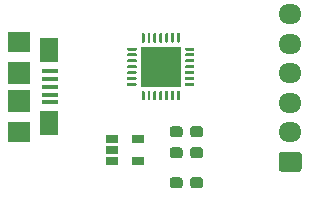
<source format=gbr>
%TF.GenerationSoftware,KiCad,Pcbnew,(5.1.9)-1*%
%TF.CreationDate,2021-04-24T14:26:43-04:00*%
%TF.ProjectId,esp_prog,6573705f-7072-46f6-972e-6b696361645f,rev?*%
%TF.SameCoordinates,Original*%
%TF.FileFunction,Soldermask,Top*%
%TF.FilePolarity,Negative*%
%FSLAX46Y46*%
G04 Gerber Fmt 4.6, Leading zero omitted, Abs format (unit mm)*
G04 Created by KiCad (PCBNEW (5.1.9)-1) date 2021-04-24 14:26:43*
%MOMM*%
%LPD*%
G01*
G04 APERTURE LIST*
%ADD10O,1.950000X1.700000*%
%ADD11R,3.350000X3.350000*%
%ADD12R,1.060000X0.650000*%
%ADD13R,1.350000X0.400000*%
%ADD14R,1.600000X2.100000*%
%ADD15R,1.900000X1.900000*%
%ADD16R,1.900000X1.800000*%
G04 APERTURE END LIST*
%TO.C,J2*%
G36*
G01*
X145251000Y-95338000D02*
X143801000Y-95338000D01*
G75*
G02*
X143551000Y-95088000I0J250000D01*
G01*
X143551000Y-93888000D01*
G75*
G02*
X143801000Y-93638000I250000J0D01*
G01*
X145251000Y-93638000D01*
G75*
G02*
X145501000Y-93888000I0J-250000D01*
G01*
X145501000Y-95088000D01*
G75*
G02*
X145251000Y-95338000I-250000J0D01*
G01*
G37*
D10*
X144526000Y-91988000D03*
X144526000Y-89488000D03*
X144526000Y-86988000D03*
X144526000Y-84488000D03*
X144526000Y-81988000D03*
%TD*%
%TO.C,U1*%
G36*
G01*
X130723001Y-84999501D02*
X130723001Y-84874501D01*
G75*
G02*
X130785501Y-84812001I62500J0D01*
G01*
X131460501Y-84812001D01*
G75*
G02*
X131523001Y-84874501I0J-62500D01*
G01*
X131523001Y-84999501D01*
G75*
G02*
X131460501Y-85062001I-62500J0D01*
G01*
X130785501Y-85062001D01*
G75*
G02*
X130723001Y-84999501I0J62500D01*
G01*
G37*
G36*
G01*
X130723001Y-85499501D02*
X130723001Y-85374501D01*
G75*
G02*
X130785501Y-85312001I62500J0D01*
G01*
X131460501Y-85312001D01*
G75*
G02*
X131523001Y-85374501I0J-62500D01*
G01*
X131523001Y-85499501D01*
G75*
G02*
X131460501Y-85562001I-62500J0D01*
G01*
X130785501Y-85562001D01*
G75*
G02*
X130723001Y-85499501I0J62500D01*
G01*
G37*
G36*
G01*
X130723001Y-85999501D02*
X130723001Y-85874501D01*
G75*
G02*
X130785501Y-85812001I62500J0D01*
G01*
X131460501Y-85812001D01*
G75*
G02*
X131523001Y-85874501I0J-62500D01*
G01*
X131523001Y-85999501D01*
G75*
G02*
X131460501Y-86062001I-62500J0D01*
G01*
X130785501Y-86062001D01*
G75*
G02*
X130723001Y-85999501I0J62500D01*
G01*
G37*
G36*
G01*
X130723001Y-86499501D02*
X130723001Y-86374501D01*
G75*
G02*
X130785501Y-86312001I62500J0D01*
G01*
X131460501Y-86312001D01*
G75*
G02*
X131523001Y-86374501I0J-62500D01*
G01*
X131523001Y-86499501D01*
G75*
G02*
X131460501Y-86562001I-62500J0D01*
G01*
X130785501Y-86562001D01*
G75*
G02*
X130723001Y-86499501I0J62500D01*
G01*
G37*
G36*
G01*
X130723001Y-86999501D02*
X130723001Y-86874501D01*
G75*
G02*
X130785501Y-86812001I62500J0D01*
G01*
X131460501Y-86812001D01*
G75*
G02*
X131523001Y-86874501I0J-62500D01*
G01*
X131523001Y-86999501D01*
G75*
G02*
X131460501Y-87062001I-62500J0D01*
G01*
X130785501Y-87062001D01*
G75*
G02*
X130723001Y-86999501I0J62500D01*
G01*
G37*
G36*
G01*
X130723001Y-87499501D02*
X130723001Y-87374501D01*
G75*
G02*
X130785501Y-87312001I62500J0D01*
G01*
X131460501Y-87312001D01*
G75*
G02*
X131523001Y-87374501I0J-62500D01*
G01*
X131523001Y-87499501D01*
G75*
G02*
X131460501Y-87562001I-62500J0D01*
G01*
X130785501Y-87562001D01*
G75*
G02*
X130723001Y-87499501I0J62500D01*
G01*
G37*
G36*
G01*
X130723001Y-87999501D02*
X130723001Y-87874501D01*
G75*
G02*
X130785501Y-87812001I62500J0D01*
G01*
X131460501Y-87812001D01*
G75*
G02*
X131523001Y-87874501I0J-62500D01*
G01*
X131523001Y-87999501D01*
G75*
G02*
X131460501Y-88062001I-62500J0D01*
G01*
X130785501Y-88062001D01*
G75*
G02*
X130723001Y-87999501I0J62500D01*
G01*
G37*
G36*
G01*
X131948001Y-89224501D02*
X131948001Y-88549501D01*
G75*
G02*
X132010501Y-88487001I62500J0D01*
G01*
X132135501Y-88487001D01*
G75*
G02*
X132198001Y-88549501I0J-62500D01*
G01*
X132198001Y-89224501D01*
G75*
G02*
X132135501Y-89287001I-62500J0D01*
G01*
X132010501Y-89287001D01*
G75*
G02*
X131948001Y-89224501I0J62500D01*
G01*
G37*
G36*
G01*
X132448001Y-89224501D02*
X132448001Y-88549501D01*
G75*
G02*
X132510501Y-88487001I62500J0D01*
G01*
X132635501Y-88487001D01*
G75*
G02*
X132698001Y-88549501I0J-62500D01*
G01*
X132698001Y-89224501D01*
G75*
G02*
X132635501Y-89287001I-62500J0D01*
G01*
X132510501Y-89287001D01*
G75*
G02*
X132448001Y-89224501I0J62500D01*
G01*
G37*
G36*
G01*
X132948001Y-89224501D02*
X132948001Y-88549501D01*
G75*
G02*
X133010501Y-88487001I62500J0D01*
G01*
X133135501Y-88487001D01*
G75*
G02*
X133198001Y-88549501I0J-62500D01*
G01*
X133198001Y-89224501D01*
G75*
G02*
X133135501Y-89287001I-62500J0D01*
G01*
X133010501Y-89287001D01*
G75*
G02*
X132948001Y-89224501I0J62500D01*
G01*
G37*
G36*
G01*
X133448001Y-89224501D02*
X133448001Y-88549501D01*
G75*
G02*
X133510501Y-88487001I62500J0D01*
G01*
X133635501Y-88487001D01*
G75*
G02*
X133698001Y-88549501I0J-62500D01*
G01*
X133698001Y-89224501D01*
G75*
G02*
X133635501Y-89287001I-62500J0D01*
G01*
X133510501Y-89287001D01*
G75*
G02*
X133448001Y-89224501I0J62500D01*
G01*
G37*
G36*
G01*
X133948001Y-89224501D02*
X133948001Y-88549501D01*
G75*
G02*
X134010501Y-88487001I62500J0D01*
G01*
X134135501Y-88487001D01*
G75*
G02*
X134198001Y-88549501I0J-62500D01*
G01*
X134198001Y-89224501D01*
G75*
G02*
X134135501Y-89287001I-62500J0D01*
G01*
X134010501Y-89287001D01*
G75*
G02*
X133948001Y-89224501I0J62500D01*
G01*
G37*
G36*
G01*
X134448001Y-89224501D02*
X134448001Y-88549501D01*
G75*
G02*
X134510501Y-88487001I62500J0D01*
G01*
X134635501Y-88487001D01*
G75*
G02*
X134698001Y-88549501I0J-62500D01*
G01*
X134698001Y-89224501D01*
G75*
G02*
X134635501Y-89287001I-62500J0D01*
G01*
X134510501Y-89287001D01*
G75*
G02*
X134448001Y-89224501I0J62500D01*
G01*
G37*
G36*
G01*
X134948001Y-89224501D02*
X134948001Y-88549501D01*
G75*
G02*
X135010501Y-88487001I62500J0D01*
G01*
X135135501Y-88487001D01*
G75*
G02*
X135198001Y-88549501I0J-62500D01*
G01*
X135198001Y-89224501D01*
G75*
G02*
X135135501Y-89287001I-62500J0D01*
G01*
X135010501Y-89287001D01*
G75*
G02*
X134948001Y-89224501I0J62500D01*
G01*
G37*
G36*
G01*
X135623001Y-87999501D02*
X135623001Y-87874501D01*
G75*
G02*
X135685501Y-87812001I62500J0D01*
G01*
X136360501Y-87812001D01*
G75*
G02*
X136423001Y-87874501I0J-62500D01*
G01*
X136423001Y-87999501D01*
G75*
G02*
X136360501Y-88062001I-62500J0D01*
G01*
X135685501Y-88062001D01*
G75*
G02*
X135623001Y-87999501I0J62500D01*
G01*
G37*
G36*
G01*
X135623001Y-87499501D02*
X135623001Y-87374501D01*
G75*
G02*
X135685501Y-87312001I62500J0D01*
G01*
X136360501Y-87312001D01*
G75*
G02*
X136423001Y-87374501I0J-62500D01*
G01*
X136423001Y-87499501D01*
G75*
G02*
X136360501Y-87562001I-62500J0D01*
G01*
X135685501Y-87562001D01*
G75*
G02*
X135623001Y-87499501I0J62500D01*
G01*
G37*
G36*
G01*
X135623001Y-86999501D02*
X135623001Y-86874501D01*
G75*
G02*
X135685501Y-86812001I62500J0D01*
G01*
X136360501Y-86812001D01*
G75*
G02*
X136423001Y-86874501I0J-62500D01*
G01*
X136423001Y-86999501D01*
G75*
G02*
X136360501Y-87062001I-62500J0D01*
G01*
X135685501Y-87062001D01*
G75*
G02*
X135623001Y-86999501I0J62500D01*
G01*
G37*
G36*
G01*
X135623001Y-86499501D02*
X135623001Y-86374501D01*
G75*
G02*
X135685501Y-86312001I62500J0D01*
G01*
X136360501Y-86312001D01*
G75*
G02*
X136423001Y-86374501I0J-62500D01*
G01*
X136423001Y-86499501D01*
G75*
G02*
X136360501Y-86562001I-62500J0D01*
G01*
X135685501Y-86562001D01*
G75*
G02*
X135623001Y-86499501I0J62500D01*
G01*
G37*
G36*
G01*
X135623001Y-85999501D02*
X135623001Y-85874501D01*
G75*
G02*
X135685501Y-85812001I62500J0D01*
G01*
X136360501Y-85812001D01*
G75*
G02*
X136423001Y-85874501I0J-62500D01*
G01*
X136423001Y-85999501D01*
G75*
G02*
X136360501Y-86062001I-62500J0D01*
G01*
X135685501Y-86062001D01*
G75*
G02*
X135623001Y-85999501I0J62500D01*
G01*
G37*
G36*
G01*
X135623001Y-85499501D02*
X135623001Y-85374501D01*
G75*
G02*
X135685501Y-85312001I62500J0D01*
G01*
X136360501Y-85312001D01*
G75*
G02*
X136423001Y-85374501I0J-62500D01*
G01*
X136423001Y-85499501D01*
G75*
G02*
X136360501Y-85562001I-62500J0D01*
G01*
X135685501Y-85562001D01*
G75*
G02*
X135623001Y-85499501I0J62500D01*
G01*
G37*
G36*
G01*
X135623001Y-84999501D02*
X135623001Y-84874501D01*
G75*
G02*
X135685501Y-84812001I62500J0D01*
G01*
X136360501Y-84812001D01*
G75*
G02*
X136423001Y-84874501I0J-62500D01*
G01*
X136423001Y-84999501D01*
G75*
G02*
X136360501Y-85062001I-62500J0D01*
G01*
X135685501Y-85062001D01*
G75*
G02*
X135623001Y-84999501I0J62500D01*
G01*
G37*
G36*
G01*
X134948001Y-84324501D02*
X134948001Y-83649501D01*
G75*
G02*
X135010501Y-83587001I62500J0D01*
G01*
X135135501Y-83587001D01*
G75*
G02*
X135198001Y-83649501I0J-62500D01*
G01*
X135198001Y-84324501D01*
G75*
G02*
X135135501Y-84387001I-62500J0D01*
G01*
X135010501Y-84387001D01*
G75*
G02*
X134948001Y-84324501I0J62500D01*
G01*
G37*
G36*
G01*
X134448001Y-84324501D02*
X134448001Y-83649501D01*
G75*
G02*
X134510501Y-83587001I62500J0D01*
G01*
X134635501Y-83587001D01*
G75*
G02*
X134698001Y-83649501I0J-62500D01*
G01*
X134698001Y-84324501D01*
G75*
G02*
X134635501Y-84387001I-62500J0D01*
G01*
X134510501Y-84387001D01*
G75*
G02*
X134448001Y-84324501I0J62500D01*
G01*
G37*
G36*
G01*
X133948001Y-84324501D02*
X133948001Y-83649501D01*
G75*
G02*
X134010501Y-83587001I62500J0D01*
G01*
X134135501Y-83587001D01*
G75*
G02*
X134198001Y-83649501I0J-62500D01*
G01*
X134198001Y-84324501D01*
G75*
G02*
X134135501Y-84387001I-62500J0D01*
G01*
X134010501Y-84387001D01*
G75*
G02*
X133948001Y-84324501I0J62500D01*
G01*
G37*
G36*
G01*
X133448001Y-84324501D02*
X133448001Y-83649501D01*
G75*
G02*
X133510501Y-83587001I62500J0D01*
G01*
X133635501Y-83587001D01*
G75*
G02*
X133698001Y-83649501I0J-62500D01*
G01*
X133698001Y-84324501D01*
G75*
G02*
X133635501Y-84387001I-62500J0D01*
G01*
X133510501Y-84387001D01*
G75*
G02*
X133448001Y-84324501I0J62500D01*
G01*
G37*
G36*
G01*
X132948001Y-84324501D02*
X132948001Y-83649501D01*
G75*
G02*
X133010501Y-83587001I62500J0D01*
G01*
X133135501Y-83587001D01*
G75*
G02*
X133198001Y-83649501I0J-62500D01*
G01*
X133198001Y-84324501D01*
G75*
G02*
X133135501Y-84387001I-62500J0D01*
G01*
X133010501Y-84387001D01*
G75*
G02*
X132948001Y-84324501I0J62500D01*
G01*
G37*
G36*
G01*
X132448001Y-84324501D02*
X132448001Y-83649501D01*
G75*
G02*
X132510501Y-83587001I62500J0D01*
G01*
X132635501Y-83587001D01*
G75*
G02*
X132698001Y-83649501I0J-62500D01*
G01*
X132698001Y-84324501D01*
G75*
G02*
X132635501Y-84387001I-62500J0D01*
G01*
X132510501Y-84387001D01*
G75*
G02*
X132448001Y-84324501I0J62500D01*
G01*
G37*
G36*
G01*
X131948001Y-84324501D02*
X131948001Y-83649501D01*
G75*
G02*
X132010501Y-83587001I62500J0D01*
G01*
X132135501Y-83587001D01*
G75*
G02*
X132198001Y-83649501I0J-62500D01*
G01*
X132198001Y-84324501D01*
G75*
G02*
X132135501Y-84387001I-62500J0D01*
G01*
X132010501Y-84387001D01*
G75*
G02*
X131948001Y-84324501I0J62500D01*
G01*
G37*
D11*
X133573001Y-86437001D03*
%TD*%
D12*
%TO.C,U2*%
X129456000Y-92522000D03*
X129456000Y-93472000D03*
X129456000Y-94422000D03*
X131656000Y-94422000D03*
X131656000Y-92522000D03*
%TD*%
%TO.C,C1*%
G36*
G01*
X134336500Y-92185500D02*
X134336500Y-91710500D01*
G75*
G02*
X134574000Y-91473000I237500J0D01*
G01*
X135174000Y-91473000D01*
G75*
G02*
X135411500Y-91710500I0J-237500D01*
G01*
X135411500Y-92185500D01*
G75*
G02*
X135174000Y-92423000I-237500J0D01*
G01*
X134574000Y-92423000D01*
G75*
G02*
X134336500Y-92185500I0J237500D01*
G01*
G37*
G36*
G01*
X136061500Y-92185500D02*
X136061500Y-91710500D01*
G75*
G02*
X136299000Y-91473000I237500J0D01*
G01*
X136899000Y-91473000D01*
G75*
G02*
X137136500Y-91710500I0J-237500D01*
G01*
X137136500Y-92185500D01*
G75*
G02*
X136899000Y-92423000I-237500J0D01*
G01*
X136299000Y-92423000D01*
G75*
G02*
X136061500Y-92185500I0J237500D01*
G01*
G37*
%TD*%
%TO.C,C2*%
G36*
G01*
X136061500Y-93963500D02*
X136061500Y-93488500D01*
G75*
G02*
X136299000Y-93251000I237500J0D01*
G01*
X136899000Y-93251000D01*
G75*
G02*
X137136500Y-93488500I0J-237500D01*
G01*
X137136500Y-93963500D01*
G75*
G02*
X136899000Y-94201000I-237500J0D01*
G01*
X136299000Y-94201000D01*
G75*
G02*
X136061500Y-93963500I0J237500D01*
G01*
G37*
G36*
G01*
X134336500Y-93963500D02*
X134336500Y-93488500D01*
G75*
G02*
X134574000Y-93251000I237500J0D01*
G01*
X135174000Y-93251000D01*
G75*
G02*
X135411500Y-93488500I0J-237500D01*
G01*
X135411500Y-93963500D01*
G75*
G02*
X135174000Y-94201000I-237500J0D01*
G01*
X134574000Y-94201000D01*
G75*
G02*
X134336500Y-93963500I0J237500D01*
G01*
G37*
%TD*%
%TO.C,C3*%
G36*
G01*
X134336500Y-96503500D02*
X134336500Y-96028500D01*
G75*
G02*
X134574000Y-95791000I237500J0D01*
G01*
X135174000Y-95791000D01*
G75*
G02*
X135411500Y-96028500I0J-237500D01*
G01*
X135411500Y-96503500D01*
G75*
G02*
X135174000Y-96741000I-237500J0D01*
G01*
X134574000Y-96741000D01*
G75*
G02*
X134336500Y-96503500I0J237500D01*
G01*
G37*
G36*
G01*
X136061500Y-96503500D02*
X136061500Y-96028500D01*
G75*
G02*
X136299000Y-95791000I237500J0D01*
G01*
X136899000Y-95791000D01*
G75*
G02*
X137136500Y-96028500I0J-237500D01*
G01*
X137136500Y-96503500D01*
G75*
G02*
X136899000Y-96741000I-237500J0D01*
G01*
X136299000Y-96741000D01*
G75*
G02*
X136061500Y-96503500I0J237500D01*
G01*
G37*
%TD*%
D13*
%TO.C,J1*%
X124206000Y-88138000D03*
X124206000Y-87488000D03*
X124206000Y-88788000D03*
X124206000Y-86838000D03*
X124206000Y-89438000D03*
D14*
X124081000Y-85038000D03*
X124081000Y-91238000D03*
D15*
X121531000Y-86938000D03*
X121531000Y-89338000D03*
D16*
X121531000Y-84338000D03*
X121531000Y-91938000D03*
%TD*%
M02*

</source>
